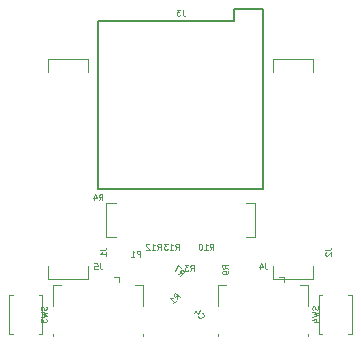
<source format=gbr>
G04 #@! TF.GenerationSoftware,KiCad,Pcbnew,5.1.7-a382d34a8~87~ubuntu18.04.1*
G04 #@! TF.CreationDate,2020-10-22T16:40:06+03:00*
G04 #@! TF.ProjectId,FreeSmart157AAC_29mm_module,46726565-536d-4617-9274-313537414143,rev?*
G04 #@! TF.SameCoordinates,Original*
G04 #@! TF.FileFunction,Legend,Bot*
G04 #@! TF.FilePolarity,Positive*
%FSLAX46Y46*%
G04 Gerber Fmt 4.6, Leading zero omitted, Abs format (unit mm)*
G04 Created by KiCad (PCBNEW 5.1.7-a382d34a8~87~ubuntu18.04.1) date 2020-10-22 16:40:06*
%MOMM*%
%LPD*%
G01*
G04 APERTURE LIST*
%ADD10C,0.120000*%
%ADD11C,0.100000*%
%ADD12C,0.150000*%
%ADD13C,0.125000*%
G04 APERTURE END LIST*
D10*
X12000000Y-13950000D02*
X11700000Y-13950000D01*
X11700000Y-13950000D02*
X11700000Y-10650000D01*
X11700000Y-10650000D02*
X12000000Y-10650000D01*
X14200000Y-13950000D02*
X14500000Y-13950000D01*
X14500000Y-13950000D02*
X14500000Y-10650000D01*
X14500000Y-10650000D02*
X14200000Y-10650000D01*
X-14200000Y-13950000D02*
X-14500000Y-13950000D01*
X-14500000Y-13950000D02*
X-14500000Y-10650000D01*
X-14500000Y-10650000D02*
X-14200000Y-10650000D01*
X-12000000Y-13950000D02*
X-11700000Y-13950000D01*
X-11700000Y-13950000D02*
X-11700000Y-10650000D01*
X-11700000Y-10650000D02*
X-12000000Y-10650000D01*
D11*
X-5499190Y-5718330D02*
X-6300620Y-5718330D01*
X-6300620Y-5718330D02*
X-6300620Y-2840040D01*
X-6300620Y-2840040D02*
X-5499190Y-2840040D01*
X5500890Y-5720320D02*
X6300620Y-5720320D01*
X6300620Y-5720320D02*
X6300620Y-2840040D01*
X6300620Y-2840040D02*
X5499190Y-2840040D01*
D12*
X4500000Y12534000D02*
X4500000Y13534000D01*
X4500000Y13534000D02*
X7000000Y13534000D01*
X-7000000Y-1666000D02*
X-7000000Y12534000D01*
X-7000000Y12534000D02*
X4500000Y12534000D01*
X7000000Y13534000D02*
X7000000Y-1666000D01*
X7000000Y-1666000D02*
X-7000000Y-1666000D01*
D10*
X-3175000Y-9847000D02*
X-3835000Y-9847000D01*
X-3175000Y-11577000D02*
X-3175000Y-9847000D01*
X-10795000Y-14147000D02*
X-10795000Y-13937000D01*
X-3175000Y-14147000D02*
X-3175000Y-13937000D01*
X-10795000Y-11577000D02*
X-10795000Y-9847000D01*
X-10795000Y-9847000D02*
X-10145000Y-9847000D01*
X-5225000Y-9147000D02*
X-5675000Y-9147000D01*
X-5225000Y-9147000D02*
X-5225000Y-9537000D01*
D11*
X11215810Y9299440D02*
X11215810Y8250420D01*
X7834170Y9299440D02*
X11215810Y9299440D01*
X7834170Y8250850D02*
X7834170Y9299440D01*
X7834190Y-9301070D02*
X7834190Y-8250420D01*
X11215810Y-9301070D02*
X7834190Y-9301070D01*
X11215810Y-8250420D02*
X11215810Y-9301070D01*
X-7834190Y-8250420D02*
X-7834190Y-9301070D01*
X-7834190Y-9301070D02*
X-11215810Y-9301070D01*
X-11215810Y-9301070D02*
X-11215810Y-8250420D01*
X-11215830Y8250850D02*
X-11215830Y9299440D01*
X-11215830Y9299440D02*
X-7834190Y9299440D01*
X-7834190Y9299440D02*
X-7834190Y8250420D01*
D10*
X8745000Y-9147000D02*
X8745000Y-9537000D01*
X8745000Y-9147000D02*
X8295000Y-9147000D01*
X3175000Y-9847000D02*
X3825000Y-9847000D01*
X3175000Y-11577000D02*
X3175000Y-9847000D01*
X10795000Y-14147000D02*
X10795000Y-13937000D01*
X3175000Y-14147000D02*
X3175000Y-13937000D01*
X10795000Y-11577000D02*
X10795000Y-9847000D01*
X10795000Y-9847000D02*
X10135000Y-9847000D01*
D13*
X11632380Y-11633333D02*
X11656190Y-11704761D01*
X11656190Y-11823809D01*
X11632380Y-11871428D01*
X11608571Y-11895238D01*
X11560952Y-11919047D01*
X11513333Y-11919047D01*
X11465714Y-11895238D01*
X11441904Y-11871428D01*
X11418095Y-11823809D01*
X11394285Y-11728571D01*
X11370476Y-11680952D01*
X11346666Y-11657142D01*
X11299047Y-11633333D01*
X11251428Y-11633333D01*
X11203809Y-11657142D01*
X11180000Y-11680952D01*
X11156190Y-11728571D01*
X11156190Y-11847619D01*
X11180000Y-11919047D01*
X11156190Y-12085714D02*
X11656190Y-12204761D01*
X11299047Y-12300000D01*
X11656190Y-12395238D01*
X11156190Y-12514285D01*
X11322857Y-12919047D02*
X11656190Y-12919047D01*
X11132380Y-12800000D02*
X11489523Y-12680952D01*
X11489523Y-12990476D01*
X-11354619Y-11652333D02*
X-11330809Y-11723761D01*
X-11330809Y-11842809D01*
X-11354619Y-11890428D01*
X-11378428Y-11914238D01*
X-11426047Y-11938047D01*
X-11473666Y-11938047D01*
X-11521285Y-11914238D01*
X-11545095Y-11890428D01*
X-11568904Y-11842809D01*
X-11592714Y-11747571D01*
X-11616523Y-11699952D01*
X-11640333Y-11676142D01*
X-11687952Y-11652333D01*
X-11735571Y-11652333D01*
X-11783190Y-11676142D01*
X-11807000Y-11699952D01*
X-11830809Y-11747571D01*
X-11830809Y-11866619D01*
X-11807000Y-11938047D01*
X-11830809Y-12104714D02*
X-11330809Y-12223761D01*
X-11687952Y-12319000D01*
X-11330809Y-12414238D01*
X-11830809Y-12533285D01*
X-11830809Y-12676142D02*
X-11830809Y-12985666D01*
X-11640333Y-12819000D01*
X-11640333Y-12890428D01*
X-11616523Y-12938047D01*
X-11592714Y-12961857D01*
X-11545095Y-12985666D01*
X-11426047Y-12985666D01*
X-11378428Y-12961857D01*
X-11354619Y-12938047D01*
X-11330809Y-12890428D01*
X-11330809Y-12747571D01*
X-11354619Y-12699952D01*
X-11378428Y-12676142D01*
X4026190Y-8426666D02*
X3788095Y-8260000D01*
X4026190Y-8140952D02*
X3526190Y-8140952D01*
X3526190Y-8331428D01*
X3550000Y-8379047D01*
X3573809Y-8402857D01*
X3621428Y-8426666D01*
X3692857Y-8426666D01*
X3740476Y-8402857D01*
X3764285Y-8379047D01*
X3788095Y-8331428D01*
X3788095Y-8140952D01*
X4026190Y-8664761D02*
X4026190Y-8760000D01*
X4002380Y-8807619D01*
X3978571Y-8831428D01*
X3907142Y-8879047D01*
X3811904Y-8902857D01*
X3621428Y-8902857D01*
X3573809Y-8879047D01*
X3550000Y-8855238D01*
X3526190Y-8807619D01*
X3526190Y-8712380D01*
X3550000Y-8664761D01*
X3573809Y-8640952D01*
X3621428Y-8617142D01*
X3740476Y-8617142D01*
X3788095Y-8640952D01*
X3811904Y-8664761D01*
X3835714Y-8712380D01*
X3835714Y-8807619D01*
X3811904Y-8855238D01*
X3788095Y-8879047D01*
X3740476Y-8902857D01*
X-3437662Y-7411300D02*
X-3437662Y-6911300D01*
X-3628138Y-6911300D01*
X-3675757Y-6935110D01*
X-3699567Y-6958919D01*
X-3723376Y-7006538D01*
X-3723376Y-7077967D01*
X-3699567Y-7125586D01*
X-3675757Y-7149395D01*
X-3628138Y-7173205D01*
X-3437662Y-7173205D01*
X-4199567Y-7411300D02*
X-3913852Y-7411300D01*
X-4056709Y-7411300D02*
X-4056709Y-6911300D01*
X-4009090Y-6982729D01*
X-3961471Y-7030348D01*
X-3913852Y-7054157D01*
X166666Y13481809D02*
X166666Y13124666D01*
X190476Y13053238D01*
X238095Y13005619D01*
X309523Y12981809D01*
X357142Y12981809D01*
X-23809Y13481809D02*
X-333333Y13481809D01*
X-166666Y13291333D01*
X-238095Y13291333D01*
X-285714Y13267523D01*
X-309523Y13243714D01*
X-333333Y13196095D01*
X-333333Y13077047D01*
X-309523Y13029428D01*
X-285714Y13005619D01*
X-238095Y12981809D01*
X-95238Y12981809D01*
X-47619Y13005619D01*
X-23809Y13029428D01*
X-440571Y-6830190D02*
X-273904Y-6592095D01*
X-154857Y-6830190D02*
X-154857Y-6330190D01*
X-345333Y-6330190D01*
X-392952Y-6354000D01*
X-416761Y-6377809D01*
X-440571Y-6425428D01*
X-440571Y-6496857D01*
X-416761Y-6544476D01*
X-392952Y-6568285D01*
X-345333Y-6592095D01*
X-154857Y-6592095D01*
X-916761Y-6830190D02*
X-631047Y-6830190D01*
X-773904Y-6830190D02*
X-773904Y-6330190D01*
X-726285Y-6401619D01*
X-678666Y-6449238D01*
X-631047Y-6473047D01*
X-1083428Y-6330190D02*
X-1392952Y-6330190D01*
X-1226285Y-6520666D01*
X-1297714Y-6520666D01*
X-1345333Y-6544476D01*
X-1369142Y-6568285D01*
X-1392952Y-6615904D01*
X-1392952Y-6734952D01*
X-1369142Y-6782571D01*
X-1345333Y-6806380D01*
X-1297714Y-6830190D01*
X-1154857Y-6830190D01*
X-1107238Y-6806380D01*
X-1083428Y-6782571D01*
X-1964571Y-6830190D02*
X-1797904Y-6592095D01*
X-1678857Y-6830190D02*
X-1678857Y-6330190D01*
X-1869333Y-6330190D01*
X-1916952Y-6354000D01*
X-1940761Y-6377809D01*
X-1964571Y-6425428D01*
X-1964571Y-6496857D01*
X-1940761Y-6544476D01*
X-1916952Y-6568285D01*
X-1869333Y-6592095D01*
X-1678857Y-6592095D01*
X-2440761Y-6830190D02*
X-2155047Y-6830190D01*
X-2297904Y-6830190D02*
X-2297904Y-6330190D01*
X-2250285Y-6401619D01*
X-2202666Y-6449238D01*
X-2155047Y-6473047D01*
X-2631238Y-6377809D02*
X-2655047Y-6354000D01*
X-2702666Y-6330190D01*
X-2821714Y-6330190D01*
X-2869333Y-6354000D01*
X-2893142Y-6377809D01*
X-2916952Y-6425428D01*
X-2916952Y-6473047D01*
X-2893142Y-6544476D01*
X-2607428Y-6830190D01*
X-2916952Y-6830190D01*
X2480428Y-6830190D02*
X2647095Y-6592095D01*
X2766142Y-6830190D02*
X2766142Y-6330190D01*
X2575666Y-6330190D01*
X2528047Y-6354000D01*
X2504238Y-6377809D01*
X2480428Y-6425428D01*
X2480428Y-6496857D01*
X2504238Y-6544476D01*
X2528047Y-6568285D01*
X2575666Y-6592095D01*
X2766142Y-6592095D01*
X2004238Y-6830190D02*
X2289952Y-6830190D01*
X2147095Y-6830190D02*
X2147095Y-6330190D01*
X2194714Y-6401619D01*
X2242333Y-6449238D01*
X2289952Y-6473047D01*
X1694714Y-6330190D02*
X1647095Y-6330190D01*
X1599476Y-6354000D01*
X1575666Y-6377809D01*
X1551857Y-6425428D01*
X1528047Y-6520666D01*
X1528047Y-6639714D01*
X1551857Y-6734952D01*
X1575666Y-6782571D01*
X1599476Y-6806380D01*
X1647095Y-6830190D01*
X1694714Y-6830190D01*
X1742333Y-6806380D01*
X1766142Y-6782571D01*
X1789952Y-6734952D01*
X1813761Y-6639714D01*
X1813761Y-6520666D01*
X1789952Y-6425428D01*
X1766142Y-6377809D01*
X1742333Y-6354000D01*
X1694714Y-6330190D01*
X-6818333Y-7983190D02*
X-6818333Y-8340333D01*
X-6794523Y-8411761D01*
X-6746904Y-8459380D01*
X-6675476Y-8483190D01*
X-6627857Y-8483190D01*
X-7294523Y-7983190D02*
X-7056428Y-7983190D01*
X-7032619Y-8221285D01*
X-7056428Y-8197476D01*
X-7104047Y-8173666D01*
X-7223095Y-8173666D01*
X-7270714Y-8197476D01*
X-7294523Y-8221285D01*
X-7318333Y-8268904D01*
X-7318333Y-8387952D01*
X-7294523Y-8435571D01*
X-7270714Y-8459380D01*
X-7223095Y-8483190D01*
X-7104047Y-8483190D01*
X-7056428Y-8459380D01*
X-7032619Y-8435571D01*
X-278671Y-11023477D02*
X-329179Y-10737267D01*
X-76641Y-10821446D02*
X-430194Y-10467893D01*
X-564881Y-10602580D01*
X-581717Y-10653087D01*
X-581717Y-10686759D01*
X-564881Y-10737267D01*
X-514373Y-10787774D01*
X-463866Y-10804610D01*
X-430194Y-10804610D01*
X-379686Y-10787774D01*
X-244999Y-10653087D01*
X-615389Y-11360194D02*
X-413358Y-11158164D01*
X-514373Y-11259179D02*
X-867927Y-10905626D01*
X-783747Y-10922462D01*
X-716404Y-10922462D01*
X-665896Y-10905626D01*
X-228015Y-8854866D02*
X58194Y-8804358D01*
X-25984Y-9056896D02*
X327568Y-8703343D01*
X192881Y-8568656D01*
X142374Y-8551820D01*
X108702Y-8551820D01*
X58194Y-8568656D01*
X7687Y-8619164D01*
X-9148Y-8669671D01*
X-9148Y-8703343D01*
X7687Y-8753851D01*
X142374Y-8888538D01*
X7687Y-8383461D02*
X-228015Y-8147759D01*
X-430045Y-8652835D01*
X-6901666Y-2639190D02*
X-6735000Y-2401095D01*
X-6615952Y-2639190D02*
X-6615952Y-2139190D01*
X-6806428Y-2139190D01*
X-6854047Y-2163000D01*
X-6877857Y-2186809D01*
X-6901666Y-2234428D01*
X-6901666Y-2305857D01*
X-6877857Y-2353476D01*
X-6854047Y-2377285D01*
X-6806428Y-2401095D01*
X-6615952Y-2401095D01*
X-7330238Y-2305857D02*
X-7330238Y-2639190D01*
X-7211190Y-2115380D02*
X-7092142Y-2472523D01*
X-7401666Y-2472523D01*
X1505341Y-12472509D02*
X1505341Y-12506181D01*
X1539013Y-12573524D01*
X1572685Y-12607196D01*
X1640028Y-12640868D01*
X1707372Y-12640868D01*
X1757879Y-12624032D01*
X1842059Y-12573524D01*
X1892566Y-12523017D01*
X1943074Y-12438837D01*
X1959910Y-12388330D01*
X1959910Y-12320986D01*
X1926238Y-12253643D01*
X1892566Y-12219971D01*
X1825223Y-12186299D01*
X1791551Y-12186299D01*
X1404326Y-11967433D02*
X1168623Y-12203135D01*
X1623192Y-11916925D02*
X1454833Y-12253643D01*
X1235967Y-12034776D01*
X833333Y-8636190D02*
X1000000Y-8398095D01*
X1119047Y-8636190D02*
X1119047Y-8136190D01*
X928571Y-8136190D01*
X880952Y-8160000D01*
X857142Y-8183809D01*
X833333Y-8231428D01*
X833333Y-8302857D01*
X857142Y-8350476D01*
X880952Y-8374285D01*
X928571Y-8398095D01*
X1119047Y-8398095D01*
X666666Y-8136190D02*
X357142Y-8136190D01*
X523809Y-8326666D01*
X452380Y-8326666D01*
X404761Y-8350476D01*
X380952Y-8374285D01*
X357142Y-8421904D01*
X357142Y-8540952D01*
X380952Y-8588571D01*
X404761Y-8612380D01*
X452380Y-8636190D01*
X595238Y-8636190D01*
X642857Y-8612380D01*
X666666Y-8588571D01*
X12254755Y-6841658D02*
X12611898Y-6841658D01*
X12683326Y-6817848D01*
X12730945Y-6770229D01*
X12754755Y-6698801D01*
X12754755Y-6651182D01*
X12302374Y-7055944D02*
X12278565Y-7079753D01*
X12254755Y-7127372D01*
X12254755Y-7246420D01*
X12278565Y-7294039D01*
X12302374Y-7317848D01*
X12349993Y-7341658D01*
X12397612Y-7341658D01*
X12469041Y-7317848D01*
X12754755Y-7032134D01*
X12754755Y-7341658D01*
X-6795244Y-6841658D02*
X-6438101Y-6841658D01*
X-6366673Y-6817848D01*
X-6319054Y-6770229D01*
X-6295244Y-6698801D01*
X-6295244Y-6651182D01*
X-6295244Y-7341658D02*
X-6295244Y-7055944D01*
X-6295244Y-7198801D02*
X-6795244Y-7198801D01*
X-6723815Y-7151182D01*
X-6676196Y-7103563D01*
X-6652387Y-7055944D01*
X7151666Y-7983190D02*
X7151666Y-8340333D01*
X7175476Y-8411761D01*
X7223095Y-8459380D01*
X7294523Y-8483190D01*
X7342142Y-8483190D01*
X6699285Y-8149857D02*
X6699285Y-8483190D01*
X6818333Y-7959380D02*
X6937380Y-8316523D01*
X6627857Y-8316523D01*
M02*

</source>
